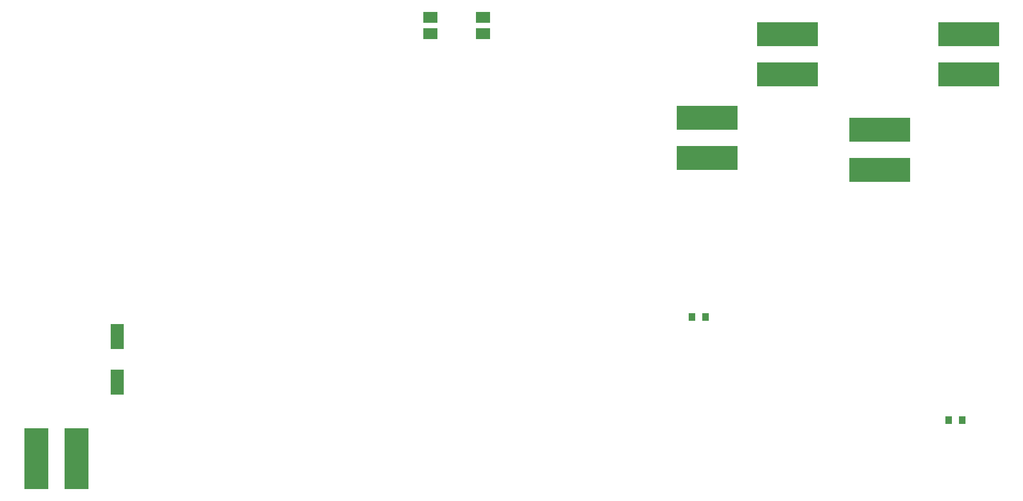
<source format=gbr>
%TF.GenerationSoftware,Altium Limited,Altium Designer,24.3.1 (35)*%
G04 Layer_Color=8421504*
%FSLAX43Y43*%
%MOMM*%
%TF.SameCoordinates,76E1361F-AA3B-45A8-A24B-41510BF92E79*%
%TF.FilePolarity,Positive*%
%TF.FileFunction,Paste,Top*%
%TF.Part,Single*%
G01*
G75*
%TA.AperFunction,SMDPad,CuDef*%
%ADD10R,1.100X1.200*%
%ADD11R,9.500X3.750*%
%ADD12R,3.750X9.500*%
%ADD13R,2.000X4.000*%
%ADD14R,2.200X1.700*%
D10*
X168237Y29475D02*
D03*
X166137D02*
D03*
X206150Y13375D02*
D03*
X208250D02*
D03*
D11*
X209275Y67375D02*
D03*
Y73625D02*
D03*
X181000D02*
D03*
Y67375D02*
D03*
X168500Y60550D02*
D03*
Y54300D02*
D03*
X195450Y52425D02*
D03*
Y58675D02*
D03*
D12*
X70099Y7400D02*
D03*
X63849D02*
D03*
D13*
X76475Y26425D02*
D03*
Y19325D02*
D03*
D14*
X125300Y73705D02*
D03*
Y76245D02*
D03*
X133500D02*
D03*
Y73705D02*
D03*
%TF.MD5,db09923dc840a4fe9e7098ba87eb39c2*%
M02*

</source>
